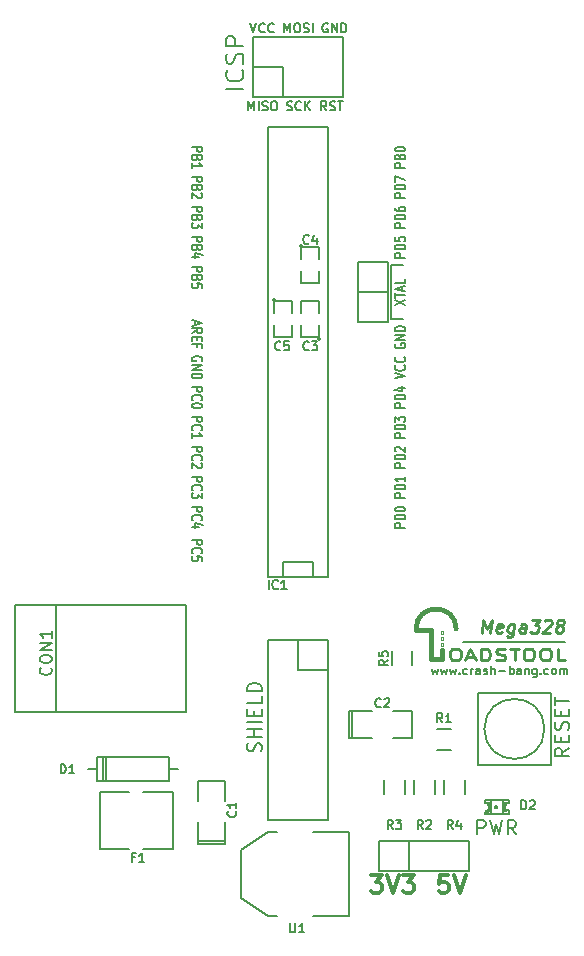
<source format=gto>
%FSLAX46Y46*%
G04 Gerber Fmt 4.6, Leading zero omitted, Abs format (unit mm)*
G04 Created by KiCad (PCBNEW (2014-10-27 BZR 5228)-product) date 05/01/2015 12:45:55*
%MOMM*%
G01*
G04 APERTURE LIST*
%ADD10C,0.100000*%
%ADD11C,0.200000*%
%ADD12C,0.175000*%
%ADD13C,0.127000*%
%ADD14C,0.250000*%
%ADD15C,0.300000*%
%ADD16C,0.150000*%
%ADD17C,0.400000*%
%ADD18C,0.203200*%
G04 APERTURE END LIST*
D10*
D11*
X222250000Y-101981000D02*
X230886000Y-101981000D01*
D12*
X204216000Y-49620714D02*
X204470000Y-50382714D01*
X204724000Y-49620714D01*
X205413429Y-50310143D02*
X205377143Y-50346429D01*
X205268286Y-50382714D01*
X205195715Y-50382714D01*
X205086858Y-50346429D01*
X205014286Y-50273857D01*
X204978001Y-50201286D01*
X204941715Y-50056143D01*
X204941715Y-49947286D01*
X204978001Y-49802143D01*
X205014286Y-49729571D01*
X205086858Y-49657000D01*
X205195715Y-49620714D01*
X205268286Y-49620714D01*
X205377143Y-49657000D01*
X205413429Y-49693286D01*
X206175429Y-50310143D02*
X206139143Y-50346429D01*
X206030286Y-50382714D01*
X205957715Y-50382714D01*
X205848858Y-50346429D01*
X205776286Y-50273857D01*
X205740001Y-50201286D01*
X205703715Y-50056143D01*
X205703715Y-49947286D01*
X205740001Y-49802143D01*
X205776286Y-49729571D01*
X205848858Y-49657000D01*
X205957715Y-49620714D01*
X206030286Y-49620714D01*
X206139143Y-49657000D01*
X206175429Y-49693286D01*
X207082572Y-50382714D02*
X207082572Y-49620714D01*
X207336572Y-50165000D01*
X207590572Y-49620714D01*
X207590572Y-50382714D01*
X208098571Y-49620714D02*
X208243714Y-49620714D01*
X208316286Y-49657000D01*
X208388857Y-49729571D01*
X208425143Y-49874714D01*
X208425143Y-50128714D01*
X208388857Y-50273857D01*
X208316286Y-50346429D01*
X208243714Y-50382714D01*
X208098571Y-50382714D01*
X208026000Y-50346429D01*
X207953429Y-50273857D01*
X207917143Y-50128714D01*
X207917143Y-49874714D01*
X207953429Y-49729571D01*
X208026000Y-49657000D01*
X208098571Y-49620714D01*
X208715429Y-50346429D02*
X208824286Y-50382714D01*
X209005715Y-50382714D01*
X209078286Y-50346429D01*
X209114572Y-50310143D01*
X209150857Y-50237571D01*
X209150857Y-50165000D01*
X209114572Y-50092429D01*
X209078286Y-50056143D01*
X209005715Y-50019857D01*
X208860572Y-49983571D01*
X208788000Y-49947286D01*
X208751715Y-49911000D01*
X208715429Y-49838429D01*
X208715429Y-49765857D01*
X208751715Y-49693286D01*
X208788000Y-49657000D01*
X208860572Y-49620714D01*
X209042000Y-49620714D01*
X209150857Y-49657000D01*
X209477429Y-50382714D02*
X209477429Y-49620714D01*
X210747428Y-49657000D02*
X210674857Y-49620714D01*
X210566000Y-49620714D01*
X210457143Y-49657000D01*
X210384571Y-49729571D01*
X210348286Y-49802143D01*
X210312000Y-49947286D01*
X210312000Y-50056143D01*
X210348286Y-50201286D01*
X210384571Y-50273857D01*
X210457143Y-50346429D01*
X210566000Y-50382714D01*
X210638571Y-50382714D01*
X210747428Y-50346429D01*
X210783714Y-50310143D01*
X210783714Y-50056143D01*
X210638571Y-50056143D01*
X211110286Y-50382714D02*
X211110286Y-49620714D01*
X211545714Y-50382714D01*
X211545714Y-49620714D01*
X211908572Y-50382714D02*
X211908572Y-49620714D01*
X212090000Y-49620714D01*
X212198857Y-49657000D01*
X212271429Y-49729571D01*
X212307714Y-49802143D01*
X212344000Y-49947286D01*
X212344000Y-50056143D01*
X212307714Y-50201286D01*
X212271429Y-50273857D01*
X212198857Y-50346429D01*
X212090000Y-50382714D01*
X211908572Y-50382714D01*
X210656715Y-56986714D02*
X210402715Y-56623857D01*
X210221287Y-56986714D02*
X210221287Y-56224714D01*
X210511572Y-56224714D01*
X210584144Y-56261000D01*
X210620429Y-56297286D01*
X210656715Y-56369857D01*
X210656715Y-56478714D01*
X210620429Y-56551286D01*
X210584144Y-56587571D01*
X210511572Y-56623857D01*
X210221287Y-56623857D01*
X210947001Y-56950429D02*
X211055858Y-56986714D01*
X211237287Y-56986714D01*
X211309858Y-56950429D01*
X211346144Y-56914143D01*
X211382429Y-56841571D01*
X211382429Y-56769000D01*
X211346144Y-56696429D01*
X211309858Y-56660143D01*
X211237287Y-56623857D01*
X211092144Y-56587571D01*
X211019572Y-56551286D01*
X210983287Y-56515000D01*
X210947001Y-56442429D01*
X210947001Y-56369857D01*
X210983287Y-56297286D01*
X211019572Y-56261000D01*
X211092144Y-56224714D01*
X211273572Y-56224714D01*
X211382429Y-56261000D01*
X211600143Y-56224714D02*
X212035572Y-56224714D01*
X211817858Y-56986714D02*
X211817858Y-56224714D01*
X207300286Y-56950429D02*
X207409143Y-56986714D01*
X207590572Y-56986714D01*
X207663143Y-56950429D01*
X207699429Y-56914143D01*
X207735714Y-56841571D01*
X207735714Y-56769000D01*
X207699429Y-56696429D01*
X207663143Y-56660143D01*
X207590572Y-56623857D01*
X207445429Y-56587571D01*
X207372857Y-56551286D01*
X207336572Y-56515000D01*
X207300286Y-56442429D01*
X207300286Y-56369857D01*
X207336572Y-56297286D01*
X207372857Y-56261000D01*
X207445429Y-56224714D01*
X207626857Y-56224714D01*
X207735714Y-56261000D01*
X208497714Y-56914143D02*
X208461428Y-56950429D01*
X208352571Y-56986714D01*
X208280000Y-56986714D01*
X208171143Y-56950429D01*
X208098571Y-56877857D01*
X208062286Y-56805286D01*
X208026000Y-56660143D01*
X208026000Y-56551286D01*
X208062286Y-56406143D01*
X208098571Y-56333571D01*
X208171143Y-56261000D01*
X208280000Y-56224714D01*
X208352571Y-56224714D01*
X208461428Y-56261000D01*
X208497714Y-56297286D01*
X208824286Y-56986714D02*
X208824286Y-56224714D01*
X209259714Y-56986714D02*
X208933143Y-56551286D01*
X209259714Y-56224714D02*
X208824286Y-56660143D01*
X204034572Y-56986714D02*
X204034572Y-56224714D01*
X204288572Y-56769000D01*
X204542572Y-56224714D01*
X204542572Y-56986714D01*
X204905429Y-56986714D02*
X204905429Y-56224714D01*
X205232000Y-56950429D02*
X205340857Y-56986714D01*
X205522286Y-56986714D01*
X205594857Y-56950429D01*
X205631143Y-56914143D01*
X205667428Y-56841571D01*
X205667428Y-56769000D01*
X205631143Y-56696429D01*
X205594857Y-56660143D01*
X205522286Y-56623857D01*
X205377143Y-56587571D01*
X205304571Y-56551286D01*
X205268286Y-56515000D01*
X205232000Y-56442429D01*
X205232000Y-56369857D01*
X205268286Y-56297286D01*
X205304571Y-56261000D01*
X205377143Y-56224714D01*
X205558571Y-56224714D01*
X205667428Y-56261000D01*
X206139142Y-56224714D02*
X206284285Y-56224714D01*
X206356857Y-56261000D01*
X206429428Y-56333571D01*
X206465714Y-56478714D01*
X206465714Y-56732714D01*
X206429428Y-56877857D01*
X206356857Y-56950429D01*
X206284285Y-56986714D01*
X206139142Y-56986714D01*
X206066571Y-56950429D01*
X205994000Y-56877857D01*
X205957714Y-56732714D01*
X205957714Y-56478714D01*
X205994000Y-56333571D01*
X206066571Y-56261000D01*
X206139142Y-56224714D01*
X199236857Y-93367334D02*
X200136857Y-93367334D01*
X200136857Y-93634000D01*
X200094000Y-93700667D01*
X200051143Y-93734000D01*
X199965429Y-93767334D01*
X199836857Y-93767334D01*
X199751143Y-93734000D01*
X199708286Y-93700667D01*
X199665429Y-93634000D01*
X199665429Y-93367334D01*
X199322571Y-94467334D02*
X199279714Y-94434000D01*
X199236857Y-94334000D01*
X199236857Y-94267334D01*
X199279714Y-94167334D01*
X199365429Y-94100667D01*
X199451143Y-94067334D01*
X199622571Y-94034000D01*
X199751143Y-94034000D01*
X199922571Y-94067334D01*
X200008286Y-94100667D01*
X200094000Y-94167334D01*
X200136857Y-94267334D01*
X200136857Y-94334000D01*
X200094000Y-94434000D01*
X200051143Y-94467334D01*
X200136857Y-95100667D02*
X200136857Y-94767334D01*
X199708286Y-94734000D01*
X199751143Y-94767334D01*
X199794000Y-94834000D01*
X199794000Y-95000667D01*
X199751143Y-95067334D01*
X199708286Y-95100667D01*
X199622571Y-95134000D01*
X199408286Y-95134000D01*
X199322571Y-95100667D01*
X199279714Y-95067334D01*
X199236857Y-95000667D01*
X199236857Y-94834000D01*
X199279714Y-94767334D01*
X199322571Y-94734000D01*
X199236857Y-90573334D02*
X200136857Y-90573334D01*
X200136857Y-90840000D01*
X200094000Y-90906667D01*
X200051143Y-90940000D01*
X199965429Y-90973334D01*
X199836857Y-90973334D01*
X199751143Y-90940000D01*
X199708286Y-90906667D01*
X199665429Y-90840000D01*
X199665429Y-90573334D01*
X199322571Y-91673334D02*
X199279714Y-91640000D01*
X199236857Y-91540000D01*
X199236857Y-91473334D01*
X199279714Y-91373334D01*
X199365429Y-91306667D01*
X199451143Y-91273334D01*
X199622571Y-91240000D01*
X199751143Y-91240000D01*
X199922571Y-91273334D01*
X200008286Y-91306667D01*
X200094000Y-91373334D01*
X200136857Y-91473334D01*
X200136857Y-91540000D01*
X200094000Y-91640000D01*
X200051143Y-91673334D01*
X199836857Y-92273334D02*
X199236857Y-92273334D01*
X200179714Y-92106667D02*
X199536857Y-91940000D01*
X199536857Y-92373334D01*
X199236857Y-88033334D02*
X200136857Y-88033334D01*
X200136857Y-88300000D01*
X200094000Y-88366667D01*
X200051143Y-88400000D01*
X199965429Y-88433334D01*
X199836857Y-88433334D01*
X199751143Y-88400000D01*
X199708286Y-88366667D01*
X199665429Y-88300000D01*
X199665429Y-88033334D01*
X199322571Y-89133334D02*
X199279714Y-89100000D01*
X199236857Y-89000000D01*
X199236857Y-88933334D01*
X199279714Y-88833334D01*
X199365429Y-88766667D01*
X199451143Y-88733334D01*
X199622571Y-88700000D01*
X199751143Y-88700000D01*
X199922571Y-88733334D01*
X200008286Y-88766667D01*
X200094000Y-88833334D01*
X200136857Y-88933334D01*
X200136857Y-89000000D01*
X200094000Y-89100000D01*
X200051143Y-89133334D01*
X200136857Y-89366667D02*
X200136857Y-89800000D01*
X199794000Y-89566667D01*
X199794000Y-89666667D01*
X199751143Y-89733334D01*
X199708286Y-89766667D01*
X199622571Y-89800000D01*
X199408286Y-89800000D01*
X199322571Y-89766667D01*
X199279714Y-89733334D01*
X199236857Y-89666667D01*
X199236857Y-89466667D01*
X199279714Y-89400000D01*
X199322571Y-89366667D01*
X199236857Y-85493334D02*
X200136857Y-85493334D01*
X200136857Y-85760000D01*
X200094000Y-85826667D01*
X200051143Y-85860000D01*
X199965429Y-85893334D01*
X199836857Y-85893334D01*
X199751143Y-85860000D01*
X199708286Y-85826667D01*
X199665429Y-85760000D01*
X199665429Y-85493334D01*
X199322571Y-86593334D02*
X199279714Y-86560000D01*
X199236857Y-86460000D01*
X199236857Y-86393334D01*
X199279714Y-86293334D01*
X199365429Y-86226667D01*
X199451143Y-86193334D01*
X199622571Y-86160000D01*
X199751143Y-86160000D01*
X199922571Y-86193334D01*
X200008286Y-86226667D01*
X200094000Y-86293334D01*
X200136857Y-86393334D01*
X200136857Y-86460000D01*
X200094000Y-86560000D01*
X200051143Y-86593334D01*
X200051143Y-86860000D02*
X200094000Y-86893334D01*
X200136857Y-86960000D01*
X200136857Y-87126667D01*
X200094000Y-87193334D01*
X200051143Y-87226667D01*
X199965429Y-87260000D01*
X199879714Y-87260000D01*
X199751143Y-87226667D01*
X199236857Y-86826667D01*
X199236857Y-87260000D01*
X199236857Y-82953334D02*
X200136857Y-82953334D01*
X200136857Y-83220000D01*
X200094000Y-83286667D01*
X200051143Y-83320000D01*
X199965429Y-83353334D01*
X199836857Y-83353334D01*
X199751143Y-83320000D01*
X199708286Y-83286667D01*
X199665429Y-83220000D01*
X199665429Y-82953334D01*
X199322571Y-84053334D02*
X199279714Y-84020000D01*
X199236857Y-83920000D01*
X199236857Y-83853334D01*
X199279714Y-83753334D01*
X199365429Y-83686667D01*
X199451143Y-83653334D01*
X199622571Y-83620000D01*
X199751143Y-83620000D01*
X199922571Y-83653334D01*
X200008286Y-83686667D01*
X200094000Y-83753334D01*
X200136857Y-83853334D01*
X200136857Y-83920000D01*
X200094000Y-84020000D01*
X200051143Y-84053334D01*
X199236857Y-84720000D02*
X199236857Y-84320000D01*
X199236857Y-84520000D02*
X200136857Y-84520000D01*
X200008286Y-84453334D01*
X199922571Y-84386667D01*
X199879714Y-84320000D01*
X199236857Y-80413334D02*
X200136857Y-80413334D01*
X200136857Y-80680000D01*
X200094000Y-80746667D01*
X200051143Y-80780000D01*
X199965429Y-80813334D01*
X199836857Y-80813334D01*
X199751143Y-80780000D01*
X199708286Y-80746667D01*
X199665429Y-80680000D01*
X199665429Y-80413334D01*
X199322571Y-81513334D02*
X199279714Y-81480000D01*
X199236857Y-81380000D01*
X199236857Y-81313334D01*
X199279714Y-81213334D01*
X199365429Y-81146667D01*
X199451143Y-81113334D01*
X199622571Y-81080000D01*
X199751143Y-81080000D01*
X199922571Y-81113334D01*
X200008286Y-81146667D01*
X200094000Y-81213334D01*
X200136857Y-81313334D01*
X200136857Y-81380000D01*
X200094000Y-81480000D01*
X200051143Y-81513334D01*
X200136857Y-81946667D02*
X200136857Y-82013334D01*
X200094000Y-82080000D01*
X200051143Y-82113334D01*
X199965429Y-82146667D01*
X199794000Y-82180000D01*
X199579714Y-82180000D01*
X199408286Y-82146667D01*
X199322571Y-82113334D01*
X199279714Y-82080000D01*
X199236857Y-82013334D01*
X199236857Y-81946667D01*
X199279714Y-81880000D01*
X199322571Y-81846667D01*
X199408286Y-81813334D01*
X199579714Y-81780000D01*
X199794000Y-81780000D01*
X199965429Y-81813334D01*
X200051143Y-81846667D01*
X200094000Y-81880000D01*
X200136857Y-81946667D01*
X200094000Y-78206667D02*
X200136857Y-78140001D01*
X200136857Y-78040001D01*
X200094000Y-77940001D01*
X200008286Y-77873334D01*
X199922571Y-77840001D01*
X199751143Y-77806667D01*
X199622571Y-77806667D01*
X199451143Y-77840001D01*
X199365429Y-77873334D01*
X199279714Y-77940001D01*
X199236857Y-78040001D01*
X199236857Y-78106667D01*
X199279714Y-78206667D01*
X199322571Y-78240001D01*
X199622571Y-78240001D01*
X199622571Y-78106667D01*
X199236857Y-78540001D02*
X200136857Y-78540001D01*
X199236857Y-78940001D01*
X200136857Y-78940001D01*
X199236857Y-79273334D02*
X200136857Y-79273334D01*
X200136857Y-79440000D01*
X200094000Y-79540000D01*
X200008286Y-79606667D01*
X199922571Y-79640000D01*
X199751143Y-79673334D01*
X199622571Y-79673334D01*
X199451143Y-79640000D01*
X199365429Y-79606667D01*
X199279714Y-79540000D01*
X199236857Y-79440000D01*
X199236857Y-79273334D01*
X199494000Y-74812667D02*
X199494000Y-75146001D01*
X199236857Y-74746001D02*
X200136857Y-74979334D01*
X199236857Y-75212667D01*
X199236857Y-75846001D02*
X199665429Y-75612667D01*
X199236857Y-75446001D02*
X200136857Y-75446001D01*
X200136857Y-75712667D01*
X200094000Y-75779334D01*
X200051143Y-75812667D01*
X199965429Y-75846001D01*
X199836857Y-75846001D01*
X199751143Y-75812667D01*
X199708286Y-75779334D01*
X199665429Y-75712667D01*
X199665429Y-75446001D01*
X199708286Y-76146001D02*
X199708286Y-76379334D01*
X199236857Y-76479334D02*
X199236857Y-76146001D01*
X200136857Y-76146001D01*
X200136857Y-76479334D01*
X199708286Y-77012667D02*
X199708286Y-76779334D01*
X199236857Y-76779334D02*
X200136857Y-76779334D01*
X200136857Y-77112667D01*
X199236857Y-70253334D02*
X200136857Y-70253334D01*
X200136857Y-70520000D01*
X200094000Y-70586667D01*
X200051143Y-70620000D01*
X199965429Y-70653334D01*
X199836857Y-70653334D01*
X199751143Y-70620000D01*
X199708286Y-70586667D01*
X199665429Y-70520000D01*
X199665429Y-70253334D01*
X199708286Y-71186667D02*
X199665429Y-71286667D01*
X199622571Y-71320000D01*
X199536857Y-71353334D01*
X199408286Y-71353334D01*
X199322571Y-71320000D01*
X199279714Y-71286667D01*
X199236857Y-71220000D01*
X199236857Y-70953334D01*
X200136857Y-70953334D01*
X200136857Y-71186667D01*
X200094000Y-71253334D01*
X200051143Y-71286667D01*
X199965429Y-71320000D01*
X199879714Y-71320000D01*
X199794000Y-71286667D01*
X199751143Y-71253334D01*
X199708286Y-71186667D01*
X199708286Y-70953334D01*
X200136857Y-71986667D02*
X200136857Y-71653334D01*
X199708286Y-71620000D01*
X199751143Y-71653334D01*
X199794000Y-71720000D01*
X199794000Y-71886667D01*
X199751143Y-71953334D01*
X199708286Y-71986667D01*
X199622571Y-72020000D01*
X199408286Y-72020000D01*
X199322571Y-71986667D01*
X199279714Y-71953334D01*
X199236857Y-71886667D01*
X199236857Y-71720000D01*
X199279714Y-71653334D01*
X199322571Y-71620000D01*
X199236857Y-67713334D02*
X200136857Y-67713334D01*
X200136857Y-67980000D01*
X200094000Y-68046667D01*
X200051143Y-68080000D01*
X199965429Y-68113334D01*
X199836857Y-68113334D01*
X199751143Y-68080000D01*
X199708286Y-68046667D01*
X199665429Y-67980000D01*
X199665429Y-67713334D01*
X199708286Y-68646667D02*
X199665429Y-68746667D01*
X199622571Y-68780000D01*
X199536857Y-68813334D01*
X199408286Y-68813334D01*
X199322571Y-68780000D01*
X199279714Y-68746667D01*
X199236857Y-68680000D01*
X199236857Y-68413334D01*
X200136857Y-68413334D01*
X200136857Y-68646667D01*
X200094000Y-68713334D01*
X200051143Y-68746667D01*
X199965429Y-68780000D01*
X199879714Y-68780000D01*
X199794000Y-68746667D01*
X199751143Y-68713334D01*
X199708286Y-68646667D01*
X199708286Y-68413334D01*
X199836857Y-69413334D02*
X199236857Y-69413334D01*
X200179714Y-69246667D02*
X199536857Y-69080000D01*
X199536857Y-69513334D01*
X199236857Y-65173334D02*
X200136857Y-65173334D01*
X200136857Y-65440000D01*
X200094000Y-65506667D01*
X200051143Y-65540000D01*
X199965429Y-65573334D01*
X199836857Y-65573334D01*
X199751143Y-65540000D01*
X199708286Y-65506667D01*
X199665429Y-65440000D01*
X199665429Y-65173334D01*
X199708286Y-66106667D02*
X199665429Y-66206667D01*
X199622571Y-66240000D01*
X199536857Y-66273334D01*
X199408286Y-66273334D01*
X199322571Y-66240000D01*
X199279714Y-66206667D01*
X199236857Y-66140000D01*
X199236857Y-65873334D01*
X200136857Y-65873334D01*
X200136857Y-66106667D01*
X200094000Y-66173334D01*
X200051143Y-66206667D01*
X199965429Y-66240000D01*
X199879714Y-66240000D01*
X199794000Y-66206667D01*
X199751143Y-66173334D01*
X199708286Y-66106667D01*
X199708286Y-65873334D01*
X200136857Y-66506667D02*
X200136857Y-66940000D01*
X199794000Y-66706667D01*
X199794000Y-66806667D01*
X199751143Y-66873334D01*
X199708286Y-66906667D01*
X199622571Y-66940000D01*
X199408286Y-66940000D01*
X199322571Y-66906667D01*
X199279714Y-66873334D01*
X199236857Y-66806667D01*
X199236857Y-66606667D01*
X199279714Y-66540000D01*
X199322571Y-66506667D01*
X199236857Y-62633334D02*
X200136857Y-62633334D01*
X200136857Y-62900000D01*
X200094000Y-62966667D01*
X200051143Y-63000000D01*
X199965429Y-63033334D01*
X199836857Y-63033334D01*
X199751143Y-63000000D01*
X199708286Y-62966667D01*
X199665429Y-62900000D01*
X199665429Y-62633334D01*
X199708286Y-63566667D02*
X199665429Y-63666667D01*
X199622571Y-63700000D01*
X199536857Y-63733334D01*
X199408286Y-63733334D01*
X199322571Y-63700000D01*
X199279714Y-63666667D01*
X199236857Y-63600000D01*
X199236857Y-63333334D01*
X200136857Y-63333334D01*
X200136857Y-63566667D01*
X200094000Y-63633334D01*
X200051143Y-63666667D01*
X199965429Y-63700000D01*
X199879714Y-63700000D01*
X199794000Y-63666667D01*
X199751143Y-63633334D01*
X199708286Y-63566667D01*
X199708286Y-63333334D01*
X200051143Y-64000000D02*
X200094000Y-64033334D01*
X200136857Y-64100000D01*
X200136857Y-64266667D01*
X200094000Y-64333334D01*
X200051143Y-64366667D01*
X199965429Y-64400000D01*
X199879714Y-64400000D01*
X199751143Y-64366667D01*
X199236857Y-63966667D01*
X199236857Y-64400000D01*
X199236857Y-60093334D02*
X200136857Y-60093334D01*
X200136857Y-60360000D01*
X200094000Y-60426667D01*
X200051143Y-60460000D01*
X199965429Y-60493334D01*
X199836857Y-60493334D01*
X199751143Y-60460000D01*
X199708286Y-60426667D01*
X199665429Y-60360000D01*
X199665429Y-60093334D01*
X199708286Y-61026667D02*
X199665429Y-61126667D01*
X199622571Y-61160000D01*
X199536857Y-61193334D01*
X199408286Y-61193334D01*
X199322571Y-61160000D01*
X199279714Y-61126667D01*
X199236857Y-61060000D01*
X199236857Y-60793334D01*
X200136857Y-60793334D01*
X200136857Y-61026667D01*
X200094000Y-61093334D01*
X200051143Y-61126667D01*
X199965429Y-61160000D01*
X199879714Y-61160000D01*
X199794000Y-61126667D01*
X199751143Y-61093334D01*
X199708286Y-61026667D01*
X199708286Y-60793334D01*
X199236857Y-61860000D02*
X199236857Y-61460000D01*
X199236857Y-61660000D02*
X200136857Y-61660000D01*
X200008286Y-61593334D01*
X199922571Y-61526667D01*
X199879714Y-61460000D01*
D11*
X216154000Y-74676000D02*
X217170000Y-74676000D01*
X216154000Y-70104000D02*
X216154000Y-74676000D01*
X216154000Y-70104000D02*
X217170000Y-70104000D01*
D12*
X217323143Y-61826666D02*
X216423143Y-61826666D01*
X216423143Y-61560000D01*
X216466000Y-61493333D01*
X216508857Y-61460000D01*
X216594571Y-61426666D01*
X216723143Y-61426666D01*
X216808857Y-61460000D01*
X216851714Y-61493333D01*
X216894571Y-61560000D01*
X216894571Y-61826666D01*
X216851714Y-60893333D02*
X216894571Y-60793333D01*
X216937429Y-60760000D01*
X217023143Y-60726666D01*
X217151714Y-60726666D01*
X217237429Y-60760000D01*
X217280286Y-60793333D01*
X217323143Y-60860000D01*
X217323143Y-61126666D01*
X216423143Y-61126666D01*
X216423143Y-60893333D01*
X216466000Y-60826666D01*
X216508857Y-60793333D01*
X216594571Y-60760000D01*
X216680286Y-60760000D01*
X216766000Y-60793333D01*
X216808857Y-60826666D01*
X216851714Y-60893333D01*
X216851714Y-61126666D01*
X216423143Y-60293333D02*
X216423143Y-60226666D01*
X216466000Y-60160000D01*
X216508857Y-60126666D01*
X216594571Y-60093333D01*
X216766000Y-60060000D01*
X216980286Y-60060000D01*
X217151714Y-60093333D01*
X217237429Y-60126666D01*
X217280286Y-60160000D01*
X217323143Y-60226666D01*
X217323143Y-60293333D01*
X217280286Y-60360000D01*
X217237429Y-60393333D01*
X217151714Y-60426666D01*
X216980286Y-60460000D01*
X216766000Y-60460000D01*
X216594571Y-60426666D01*
X216508857Y-60393333D01*
X216466000Y-60360000D01*
X216423143Y-60293333D01*
X217323143Y-64366666D02*
X216423143Y-64366666D01*
X216423143Y-64100000D01*
X216466000Y-64033333D01*
X216508857Y-64000000D01*
X216594571Y-63966666D01*
X216723143Y-63966666D01*
X216808857Y-64000000D01*
X216851714Y-64033333D01*
X216894571Y-64100000D01*
X216894571Y-64366666D01*
X217323143Y-63666666D02*
X216423143Y-63666666D01*
X216423143Y-63500000D01*
X216466000Y-63400000D01*
X216551714Y-63333333D01*
X216637429Y-63300000D01*
X216808857Y-63266666D01*
X216937429Y-63266666D01*
X217108857Y-63300000D01*
X217194571Y-63333333D01*
X217280286Y-63400000D01*
X217323143Y-63500000D01*
X217323143Y-63666666D01*
X216423143Y-63033333D02*
X216423143Y-62566666D01*
X217323143Y-62866666D01*
X217323143Y-66906666D02*
X216423143Y-66906666D01*
X216423143Y-66640000D01*
X216466000Y-66573333D01*
X216508857Y-66540000D01*
X216594571Y-66506666D01*
X216723143Y-66506666D01*
X216808857Y-66540000D01*
X216851714Y-66573333D01*
X216894571Y-66640000D01*
X216894571Y-66906666D01*
X217323143Y-66206666D02*
X216423143Y-66206666D01*
X216423143Y-66040000D01*
X216466000Y-65940000D01*
X216551714Y-65873333D01*
X216637429Y-65840000D01*
X216808857Y-65806666D01*
X216937429Y-65806666D01*
X217108857Y-65840000D01*
X217194571Y-65873333D01*
X217280286Y-65940000D01*
X217323143Y-66040000D01*
X217323143Y-66206666D01*
X216423143Y-65206666D02*
X216423143Y-65340000D01*
X216466000Y-65406666D01*
X216508857Y-65440000D01*
X216637429Y-65506666D01*
X216808857Y-65540000D01*
X217151714Y-65540000D01*
X217237429Y-65506666D01*
X217280286Y-65473333D01*
X217323143Y-65406666D01*
X217323143Y-65273333D01*
X217280286Y-65206666D01*
X217237429Y-65173333D01*
X217151714Y-65140000D01*
X216937429Y-65140000D01*
X216851714Y-65173333D01*
X216808857Y-65206666D01*
X216766000Y-65273333D01*
X216766000Y-65406666D01*
X216808857Y-65473333D01*
X216851714Y-65506666D01*
X216937429Y-65540000D01*
X217323143Y-69446666D02*
X216423143Y-69446666D01*
X216423143Y-69180000D01*
X216466000Y-69113333D01*
X216508857Y-69080000D01*
X216594571Y-69046666D01*
X216723143Y-69046666D01*
X216808857Y-69080000D01*
X216851714Y-69113333D01*
X216894571Y-69180000D01*
X216894571Y-69446666D01*
X217323143Y-68746666D02*
X216423143Y-68746666D01*
X216423143Y-68580000D01*
X216466000Y-68480000D01*
X216551714Y-68413333D01*
X216637429Y-68380000D01*
X216808857Y-68346666D01*
X216937429Y-68346666D01*
X217108857Y-68380000D01*
X217194571Y-68413333D01*
X217280286Y-68480000D01*
X217323143Y-68580000D01*
X217323143Y-68746666D01*
X216423143Y-67713333D02*
X216423143Y-68046666D01*
X216851714Y-68080000D01*
X216808857Y-68046666D01*
X216766000Y-67980000D01*
X216766000Y-67813333D01*
X216808857Y-67746666D01*
X216851714Y-67713333D01*
X216937429Y-67680000D01*
X217151714Y-67680000D01*
X217237429Y-67713333D01*
X217280286Y-67746666D01*
X217323143Y-67813333D01*
X217323143Y-67980000D01*
X217280286Y-68046666D01*
X217237429Y-68080000D01*
X216423143Y-73473333D02*
X217323143Y-73006666D01*
X216423143Y-73006666D02*
X217323143Y-73473333D01*
X216423143Y-72839999D02*
X216423143Y-72439999D01*
X217323143Y-72639999D02*
X216423143Y-72639999D01*
X217066000Y-72240000D02*
X217066000Y-71906666D01*
X217323143Y-72306666D02*
X216423143Y-72073333D01*
X217323143Y-71840000D01*
X217323143Y-71273333D02*
X217323143Y-71606666D01*
X216423143Y-71606666D01*
X216466000Y-76733333D02*
X216423143Y-76799999D01*
X216423143Y-76899999D01*
X216466000Y-76999999D01*
X216551714Y-77066666D01*
X216637429Y-77099999D01*
X216808857Y-77133333D01*
X216937429Y-77133333D01*
X217108857Y-77099999D01*
X217194571Y-77066666D01*
X217280286Y-76999999D01*
X217323143Y-76899999D01*
X217323143Y-76833333D01*
X217280286Y-76733333D01*
X217237429Y-76699999D01*
X216937429Y-76699999D01*
X216937429Y-76833333D01*
X217323143Y-76399999D02*
X216423143Y-76399999D01*
X217323143Y-75999999D01*
X216423143Y-75999999D01*
X217323143Y-75666666D02*
X216423143Y-75666666D01*
X216423143Y-75500000D01*
X216466000Y-75400000D01*
X216551714Y-75333333D01*
X216637429Y-75300000D01*
X216808857Y-75266666D01*
X216937429Y-75266666D01*
X217108857Y-75300000D01*
X217194571Y-75333333D01*
X217280286Y-75400000D01*
X217323143Y-75500000D01*
X217323143Y-75666666D01*
X216423143Y-79673333D02*
X217323143Y-79440000D01*
X216423143Y-79206667D01*
X217237429Y-78573333D02*
X217280286Y-78606667D01*
X217323143Y-78706667D01*
X217323143Y-78773333D01*
X217280286Y-78873333D01*
X217194571Y-78940000D01*
X217108857Y-78973333D01*
X216937429Y-79006667D01*
X216808857Y-79006667D01*
X216637429Y-78973333D01*
X216551714Y-78940000D01*
X216466000Y-78873333D01*
X216423143Y-78773333D01*
X216423143Y-78706667D01*
X216466000Y-78606667D01*
X216508857Y-78573333D01*
X217237429Y-77873333D02*
X217280286Y-77906667D01*
X217323143Y-78006667D01*
X217323143Y-78073333D01*
X217280286Y-78173333D01*
X217194571Y-78240000D01*
X217108857Y-78273333D01*
X216937429Y-78306667D01*
X216808857Y-78306667D01*
X216637429Y-78273333D01*
X216551714Y-78240000D01*
X216466000Y-78173333D01*
X216423143Y-78073333D01*
X216423143Y-78006667D01*
X216466000Y-77906667D01*
X216508857Y-77873333D01*
X217323143Y-82146666D02*
X216423143Y-82146666D01*
X216423143Y-81880000D01*
X216466000Y-81813333D01*
X216508857Y-81780000D01*
X216594571Y-81746666D01*
X216723143Y-81746666D01*
X216808857Y-81780000D01*
X216851714Y-81813333D01*
X216894571Y-81880000D01*
X216894571Y-82146666D01*
X217323143Y-81446666D02*
X216423143Y-81446666D01*
X216423143Y-81280000D01*
X216466000Y-81180000D01*
X216551714Y-81113333D01*
X216637429Y-81080000D01*
X216808857Y-81046666D01*
X216937429Y-81046666D01*
X217108857Y-81080000D01*
X217194571Y-81113333D01*
X217280286Y-81180000D01*
X217323143Y-81280000D01*
X217323143Y-81446666D01*
X216723143Y-80446666D02*
X217323143Y-80446666D01*
X216380286Y-80613333D02*
X217023143Y-80780000D01*
X217023143Y-80346666D01*
X217323143Y-84686666D02*
X216423143Y-84686666D01*
X216423143Y-84420000D01*
X216466000Y-84353333D01*
X216508857Y-84320000D01*
X216594571Y-84286666D01*
X216723143Y-84286666D01*
X216808857Y-84320000D01*
X216851714Y-84353333D01*
X216894571Y-84420000D01*
X216894571Y-84686666D01*
X217323143Y-83986666D02*
X216423143Y-83986666D01*
X216423143Y-83820000D01*
X216466000Y-83720000D01*
X216551714Y-83653333D01*
X216637429Y-83620000D01*
X216808857Y-83586666D01*
X216937429Y-83586666D01*
X217108857Y-83620000D01*
X217194571Y-83653333D01*
X217280286Y-83720000D01*
X217323143Y-83820000D01*
X217323143Y-83986666D01*
X216423143Y-83353333D02*
X216423143Y-82920000D01*
X216766000Y-83153333D01*
X216766000Y-83053333D01*
X216808857Y-82986666D01*
X216851714Y-82953333D01*
X216937429Y-82920000D01*
X217151714Y-82920000D01*
X217237429Y-82953333D01*
X217280286Y-82986666D01*
X217323143Y-83053333D01*
X217323143Y-83253333D01*
X217280286Y-83320000D01*
X217237429Y-83353333D01*
X217323143Y-87226666D02*
X216423143Y-87226666D01*
X216423143Y-86960000D01*
X216466000Y-86893333D01*
X216508857Y-86860000D01*
X216594571Y-86826666D01*
X216723143Y-86826666D01*
X216808857Y-86860000D01*
X216851714Y-86893333D01*
X216894571Y-86960000D01*
X216894571Y-87226666D01*
X217323143Y-86526666D02*
X216423143Y-86526666D01*
X216423143Y-86360000D01*
X216466000Y-86260000D01*
X216551714Y-86193333D01*
X216637429Y-86160000D01*
X216808857Y-86126666D01*
X216937429Y-86126666D01*
X217108857Y-86160000D01*
X217194571Y-86193333D01*
X217280286Y-86260000D01*
X217323143Y-86360000D01*
X217323143Y-86526666D01*
X216508857Y-85860000D02*
X216466000Y-85826666D01*
X216423143Y-85760000D01*
X216423143Y-85593333D01*
X216466000Y-85526666D01*
X216508857Y-85493333D01*
X216594571Y-85460000D01*
X216680286Y-85460000D01*
X216808857Y-85493333D01*
X217323143Y-85893333D01*
X217323143Y-85460000D01*
X217323143Y-89766666D02*
X216423143Y-89766666D01*
X216423143Y-89500000D01*
X216466000Y-89433333D01*
X216508857Y-89400000D01*
X216594571Y-89366666D01*
X216723143Y-89366666D01*
X216808857Y-89400000D01*
X216851714Y-89433333D01*
X216894571Y-89500000D01*
X216894571Y-89766666D01*
X217323143Y-89066666D02*
X216423143Y-89066666D01*
X216423143Y-88900000D01*
X216466000Y-88800000D01*
X216551714Y-88733333D01*
X216637429Y-88700000D01*
X216808857Y-88666666D01*
X216937429Y-88666666D01*
X217108857Y-88700000D01*
X217194571Y-88733333D01*
X217280286Y-88800000D01*
X217323143Y-88900000D01*
X217323143Y-89066666D01*
X217323143Y-88000000D02*
X217323143Y-88400000D01*
X217323143Y-88200000D02*
X216423143Y-88200000D01*
X216551714Y-88266666D01*
X216637429Y-88333333D01*
X216680286Y-88400000D01*
X217323143Y-92306666D02*
X216423143Y-92306666D01*
X216423143Y-92040000D01*
X216466000Y-91973333D01*
X216508857Y-91940000D01*
X216594571Y-91906666D01*
X216723143Y-91906666D01*
X216808857Y-91940000D01*
X216851714Y-91973333D01*
X216894571Y-92040000D01*
X216894571Y-92306666D01*
X217323143Y-91606666D02*
X216423143Y-91606666D01*
X216423143Y-91440000D01*
X216466000Y-91340000D01*
X216551714Y-91273333D01*
X216637429Y-91240000D01*
X216808857Y-91206666D01*
X216937429Y-91206666D01*
X217108857Y-91240000D01*
X217194571Y-91273333D01*
X217280286Y-91340000D01*
X217323143Y-91440000D01*
X217323143Y-91606666D01*
X216423143Y-90773333D02*
X216423143Y-90706666D01*
X216466000Y-90640000D01*
X216508857Y-90606666D01*
X216594571Y-90573333D01*
X216766000Y-90540000D01*
X216980286Y-90540000D01*
X217151714Y-90573333D01*
X217237429Y-90606666D01*
X217280286Y-90640000D01*
X217323143Y-90706666D01*
X217323143Y-90773333D01*
X217280286Y-90840000D01*
X217237429Y-90873333D01*
X217151714Y-90906666D01*
X216980286Y-90940000D01*
X216766000Y-90940000D01*
X216594571Y-90906666D01*
X216508857Y-90873333D01*
X216466000Y-90840000D01*
X216423143Y-90773333D01*
D13*
X219560143Y-104237786D02*
X219699000Y-104723786D01*
X219837857Y-104376643D01*
X219976714Y-104723786D01*
X220115571Y-104237786D01*
X220323857Y-104237786D02*
X220462714Y-104723786D01*
X220601571Y-104376643D01*
X220740428Y-104723786D01*
X220879285Y-104237786D01*
X221087571Y-104237786D02*
X221226428Y-104723786D01*
X221365285Y-104376643D01*
X221504142Y-104723786D01*
X221642999Y-104237786D01*
X221920713Y-104654357D02*
X221955428Y-104689071D01*
X221920713Y-104723786D01*
X221885999Y-104689071D01*
X221920713Y-104654357D01*
X221920713Y-104723786D01*
X222580285Y-104689071D02*
X222510856Y-104723786D01*
X222371999Y-104723786D01*
X222302571Y-104689071D01*
X222267856Y-104654357D01*
X222233142Y-104584929D01*
X222233142Y-104376643D01*
X222267856Y-104307214D01*
X222302571Y-104272500D01*
X222371999Y-104237786D01*
X222510856Y-104237786D01*
X222580285Y-104272500D01*
X222892713Y-104723786D02*
X222892713Y-104237786D01*
X222892713Y-104376643D02*
X222927428Y-104307214D01*
X222962142Y-104272500D01*
X223031571Y-104237786D01*
X223100999Y-104237786D01*
X223656428Y-104723786D02*
X223656428Y-104341929D01*
X223621714Y-104272500D01*
X223552285Y-104237786D01*
X223413428Y-104237786D01*
X223343999Y-104272500D01*
X223656428Y-104689071D02*
X223586999Y-104723786D01*
X223413428Y-104723786D01*
X223343999Y-104689071D01*
X223309285Y-104619643D01*
X223309285Y-104550214D01*
X223343999Y-104480786D01*
X223413428Y-104446071D01*
X223586999Y-104446071D01*
X223656428Y-104411357D01*
X223968856Y-104689071D02*
X224038285Y-104723786D01*
X224177142Y-104723786D01*
X224246570Y-104689071D01*
X224281285Y-104619643D01*
X224281285Y-104584929D01*
X224246570Y-104515500D01*
X224177142Y-104480786D01*
X224072999Y-104480786D01*
X224003570Y-104446071D01*
X223968856Y-104376643D01*
X223968856Y-104341929D01*
X224003570Y-104272500D01*
X224072999Y-104237786D01*
X224177142Y-104237786D01*
X224246570Y-104272500D01*
X224593713Y-104723786D02*
X224593713Y-103994786D01*
X224906142Y-104723786D02*
X224906142Y-104341929D01*
X224871428Y-104272500D01*
X224801999Y-104237786D01*
X224697856Y-104237786D01*
X224628428Y-104272500D01*
X224593713Y-104307214D01*
X225253284Y-104446071D02*
X225808713Y-104446071D01*
X226155855Y-104723786D02*
X226155855Y-103994786D01*
X226155855Y-104272500D02*
X226225284Y-104237786D01*
X226364141Y-104237786D01*
X226433570Y-104272500D01*
X226468284Y-104307214D01*
X226502998Y-104376643D01*
X226502998Y-104584929D01*
X226468284Y-104654357D01*
X226433570Y-104689071D01*
X226364141Y-104723786D01*
X226225284Y-104723786D01*
X226155855Y-104689071D01*
X227127855Y-104723786D02*
X227127855Y-104341929D01*
X227093141Y-104272500D01*
X227023712Y-104237786D01*
X226884855Y-104237786D01*
X226815426Y-104272500D01*
X227127855Y-104689071D02*
X227058426Y-104723786D01*
X226884855Y-104723786D01*
X226815426Y-104689071D01*
X226780712Y-104619643D01*
X226780712Y-104550214D01*
X226815426Y-104480786D01*
X226884855Y-104446071D01*
X227058426Y-104446071D01*
X227127855Y-104411357D01*
X227474997Y-104237786D02*
X227474997Y-104723786D01*
X227474997Y-104307214D02*
X227509712Y-104272500D01*
X227579140Y-104237786D01*
X227683283Y-104237786D01*
X227752712Y-104272500D01*
X227787426Y-104341929D01*
X227787426Y-104723786D01*
X228446997Y-104237786D02*
X228446997Y-104827929D01*
X228412283Y-104897357D01*
X228377568Y-104932071D01*
X228308140Y-104966786D01*
X228203997Y-104966786D01*
X228134568Y-104932071D01*
X228446997Y-104689071D02*
X228377568Y-104723786D01*
X228238711Y-104723786D01*
X228169283Y-104689071D01*
X228134568Y-104654357D01*
X228099854Y-104584929D01*
X228099854Y-104376643D01*
X228134568Y-104307214D01*
X228169283Y-104272500D01*
X228238711Y-104237786D01*
X228377568Y-104237786D01*
X228446997Y-104272500D01*
X228794139Y-104654357D02*
X228828854Y-104689071D01*
X228794139Y-104723786D01*
X228759425Y-104689071D01*
X228794139Y-104654357D01*
X228794139Y-104723786D01*
X229453711Y-104689071D02*
X229384282Y-104723786D01*
X229245425Y-104723786D01*
X229175997Y-104689071D01*
X229141282Y-104654357D01*
X229106568Y-104584929D01*
X229106568Y-104376643D01*
X229141282Y-104307214D01*
X229175997Y-104272500D01*
X229245425Y-104237786D01*
X229384282Y-104237786D01*
X229453711Y-104272500D01*
X229870282Y-104723786D02*
X229800854Y-104689071D01*
X229766139Y-104654357D01*
X229731425Y-104584929D01*
X229731425Y-104376643D01*
X229766139Y-104307214D01*
X229800854Y-104272500D01*
X229870282Y-104237786D01*
X229974425Y-104237786D01*
X230043854Y-104272500D01*
X230078568Y-104307214D01*
X230113282Y-104376643D01*
X230113282Y-104584929D01*
X230078568Y-104654357D01*
X230043854Y-104689071D01*
X229974425Y-104723786D01*
X229870282Y-104723786D01*
X230425710Y-104723786D02*
X230425710Y-104237786D01*
X230425710Y-104307214D02*
X230460425Y-104272500D01*
X230529853Y-104237786D01*
X230633996Y-104237786D01*
X230703425Y-104272500D01*
X230738139Y-104341929D01*
X230738139Y-104723786D01*
X230738139Y-104341929D02*
X230772853Y-104272500D01*
X230842282Y-104237786D01*
X230946425Y-104237786D01*
X231015853Y-104272500D01*
X231050568Y-104341929D01*
X231050568Y-104723786D01*
D14*
X223810620Y-101208619D02*
X223948120Y-100108619D01*
X224216571Y-100894333D01*
X224681453Y-100108619D01*
X224543953Y-101208619D01*
X225493357Y-101156238D02*
X225382048Y-101208619D01*
X225172525Y-101208619D01*
X225074310Y-101156238D01*
X225035025Y-101051476D01*
X225087405Y-100632429D01*
X225152882Y-100527667D01*
X225264191Y-100475286D01*
X225473714Y-100475286D01*
X225571929Y-100527667D01*
X225611214Y-100632429D01*
X225598119Y-100737190D01*
X225061215Y-100841952D01*
X226573714Y-100475286D02*
X226462405Y-101365762D01*
X226396928Y-101470524D01*
X226338000Y-101522905D01*
X226226691Y-101575286D01*
X226069548Y-101575286D01*
X225971334Y-101522905D01*
X226488595Y-101156238D02*
X226377286Y-101208619D01*
X226167763Y-101208619D01*
X226069548Y-101156238D01*
X226023715Y-101103857D01*
X225984429Y-100999095D01*
X226023715Y-100684810D01*
X226089191Y-100580048D01*
X226148120Y-100527667D01*
X226259429Y-100475286D01*
X226468952Y-100475286D01*
X226567167Y-100527667D01*
X227477286Y-101208619D02*
X227549309Y-100632429D01*
X227510024Y-100527667D01*
X227411809Y-100475286D01*
X227202286Y-100475286D01*
X227090977Y-100527667D01*
X227483833Y-101156238D02*
X227372524Y-101208619D01*
X227110620Y-101208619D01*
X227012405Y-101156238D01*
X226973120Y-101051476D01*
X226986215Y-100946714D01*
X227051691Y-100841952D01*
X227163001Y-100789571D01*
X227424905Y-100789571D01*
X227536214Y-100737190D01*
X228033834Y-100108619D02*
X228714786Y-100108619D01*
X228295739Y-100527667D01*
X228452881Y-100527667D01*
X228551095Y-100580048D01*
X228596928Y-100632429D01*
X228636214Y-100737190D01*
X228603476Y-100999095D01*
X228538000Y-101103857D01*
X228479071Y-101156238D01*
X228367762Y-101208619D01*
X228053477Y-101208619D01*
X227955262Y-101156238D01*
X227909429Y-101103857D01*
X229120738Y-100213381D02*
X229179667Y-100161000D01*
X229290977Y-100108619D01*
X229552881Y-100108619D01*
X229651095Y-100161000D01*
X229696928Y-100213381D01*
X229736214Y-100318143D01*
X229723119Y-100422905D01*
X229651095Y-100580048D01*
X228943953Y-101208619D01*
X229624905Y-101208619D01*
X230332048Y-100580048D02*
X230233834Y-100527667D01*
X230188000Y-100475286D01*
X230148715Y-100370524D01*
X230155262Y-100318143D01*
X230220738Y-100213381D01*
X230279667Y-100161000D01*
X230390977Y-100108619D01*
X230600500Y-100108619D01*
X230698714Y-100161000D01*
X230744547Y-100213381D01*
X230783833Y-100318143D01*
X230777286Y-100370524D01*
X230711809Y-100475286D01*
X230652881Y-100527667D01*
X230541571Y-100580048D01*
X230332048Y-100580048D01*
X230220738Y-100632429D01*
X230161810Y-100684810D01*
X230096334Y-100789571D01*
X230070143Y-100999095D01*
X230109429Y-101103857D01*
X230155262Y-101156238D01*
X230253477Y-101208619D01*
X230463000Y-101208619D01*
X230574309Y-101156238D01*
X230633238Y-101103857D01*
X230698714Y-100999095D01*
X230724905Y-100789571D01*
X230685619Y-100684810D01*
X230639785Y-100632429D01*
X230541571Y-100580048D01*
D15*
X220948287Y-121733571D02*
X220234001Y-121733571D01*
X220162572Y-122447857D01*
X220234001Y-122376429D01*
X220376858Y-122305000D01*
X220734001Y-122305000D01*
X220876858Y-122376429D01*
X220948287Y-122447857D01*
X221019715Y-122590714D01*
X221019715Y-122947857D01*
X220948287Y-123090714D01*
X220876858Y-123162143D01*
X220734001Y-123233571D01*
X220376858Y-123233571D01*
X220234001Y-123162143D01*
X220162572Y-123090714D01*
X221448286Y-121733571D02*
X221948286Y-123233571D01*
X222448286Y-121733571D01*
X214423858Y-121733571D02*
X215352429Y-121733571D01*
X214852429Y-122305000D01*
X215066715Y-122305000D01*
X215209572Y-122376429D01*
X215281001Y-122447857D01*
X215352429Y-122590714D01*
X215352429Y-122947857D01*
X215281001Y-123090714D01*
X215209572Y-123162143D01*
X215066715Y-123233571D01*
X214638143Y-123233571D01*
X214495286Y-123162143D01*
X214423858Y-123090714D01*
X215781000Y-121733571D02*
X216281000Y-123233571D01*
X216781000Y-121733571D01*
X217138143Y-121733571D02*
X218066714Y-121733571D01*
X217566714Y-122305000D01*
X217781000Y-122305000D01*
X217923857Y-122376429D01*
X217995286Y-122447857D01*
X218066714Y-122590714D01*
X218066714Y-122947857D01*
X217995286Y-123090714D01*
X217923857Y-123162143D01*
X217781000Y-123233571D01*
X217352428Y-123233571D01*
X217209571Y-123162143D01*
X217138143Y-123090714D01*
D16*
X199771000Y-118872000D02*
X199771000Y-119126000D01*
X199771000Y-119126000D02*
X202057000Y-119126000D01*
X202057000Y-119126000D02*
X202057000Y-118872000D01*
X199771000Y-118872000D02*
X202057000Y-118872000D01*
X202057000Y-118872000D02*
X202057000Y-117221000D01*
X199771000Y-115443000D02*
X199771000Y-113792000D01*
X199771000Y-113792000D02*
X202057000Y-113792000D01*
X202057000Y-113792000D02*
X202057000Y-115443000D01*
X199771000Y-117221000D02*
X199771000Y-118872000D01*
X212852000Y-107823000D02*
X212598000Y-107823000D01*
X212598000Y-107823000D02*
X212598000Y-110109000D01*
X212598000Y-110109000D02*
X212852000Y-110109000D01*
X212852000Y-107823000D02*
X212852000Y-110109000D01*
X212852000Y-110109000D02*
X214503000Y-110109000D01*
X216281000Y-107823000D02*
X217932000Y-107823000D01*
X217932000Y-107823000D02*
X217932000Y-110109000D01*
X217932000Y-110109000D02*
X216281000Y-110109000D01*
X214503000Y-107823000D02*
X212852000Y-107823000D01*
X210185000Y-76327000D02*
G75*
G03X210185000Y-76327000I-127000J0D01*
G01*
X210058000Y-75184000D02*
X210058000Y-76200000D01*
X210058000Y-76200000D02*
X208534000Y-76200000D01*
X208534000Y-76200000D02*
X208534000Y-75184000D01*
X208534000Y-74168000D02*
X208534000Y-73152000D01*
X208534000Y-73152000D02*
X210058000Y-73152000D01*
X210058000Y-73152000D02*
X210058000Y-74168000D01*
X208661000Y-68453000D02*
G75*
G03X208661000Y-68453000I-127000J0D01*
G01*
X208534000Y-69596000D02*
X208534000Y-68580000D01*
X208534000Y-68580000D02*
X210058000Y-68580000D01*
X210058000Y-68580000D02*
X210058000Y-69596000D01*
X210058000Y-70612000D02*
X210058000Y-71628000D01*
X210058000Y-71628000D02*
X208534000Y-71628000D01*
X208534000Y-71628000D02*
X208534000Y-70612000D01*
X206375000Y-73025000D02*
G75*
G03X206375000Y-73025000I-127000J0D01*
G01*
X206248000Y-74168000D02*
X206248000Y-73152000D01*
X206248000Y-73152000D02*
X207772000Y-73152000D01*
X207772000Y-73152000D02*
X207772000Y-74168000D01*
X207772000Y-75184000D02*
X207772000Y-76200000D01*
X207772000Y-76200000D02*
X206248000Y-76200000D01*
X206248000Y-76200000D02*
X206248000Y-75184000D01*
X190500000Y-112776000D02*
X191262000Y-112776000D01*
X191262000Y-112776000D02*
X191262000Y-113792000D01*
X191262000Y-113792000D02*
X197358000Y-113792000D01*
X197358000Y-113792000D02*
X197358000Y-112776000D01*
X197358000Y-112776000D02*
X198120000Y-112776000D01*
X197358000Y-112776000D02*
X197358000Y-111760000D01*
X197358000Y-111760000D02*
X191262000Y-111760000D01*
X191262000Y-111760000D02*
X191262000Y-112776000D01*
X191770000Y-113792000D02*
X191770000Y-111760000D01*
X192024000Y-111760000D02*
X192024000Y-113792000D01*
X224609660Y-115651280D02*
X224609660Y-115326160D01*
X224609660Y-115326160D02*
X224109280Y-115326160D01*
X224109280Y-115651280D02*
X224109280Y-115326160D01*
X224609660Y-115651280D02*
X224109280Y-115651280D01*
X224609660Y-116273580D02*
X224609660Y-116123720D01*
X224609660Y-116123720D02*
X224358200Y-116123720D01*
X224358200Y-116273580D02*
X224358200Y-116123720D01*
X224609660Y-116273580D02*
X224358200Y-116273580D01*
X224609660Y-115778280D02*
X224609660Y-115628420D01*
X224609660Y-115628420D02*
X224358200Y-115628420D01*
X224358200Y-115778280D02*
X224358200Y-115628420D01*
X224609660Y-115778280D02*
X224358200Y-115778280D01*
X224609660Y-116149120D02*
X224609660Y-115752880D01*
X224609660Y-115752880D02*
X224434400Y-115752880D01*
X224434400Y-116149120D02*
X224434400Y-115752880D01*
X224609660Y-116149120D02*
X224434400Y-116149120D01*
X226105720Y-115651280D02*
X226105720Y-115326160D01*
X226105720Y-115326160D02*
X225605340Y-115326160D01*
X225605340Y-115651280D02*
X225605340Y-115326160D01*
X226105720Y-115651280D02*
X225605340Y-115651280D01*
X226105720Y-116575840D02*
X226105720Y-116250720D01*
X226105720Y-116250720D02*
X225605340Y-116250720D01*
X225605340Y-116575840D02*
X225605340Y-116250720D01*
X226105720Y-116575840D02*
X225605340Y-116575840D01*
X225856800Y-115778280D02*
X225856800Y-115628420D01*
X225856800Y-115628420D02*
X225605340Y-115628420D01*
X225605340Y-115778280D02*
X225605340Y-115628420D01*
X225856800Y-115778280D02*
X225605340Y-115778280D01*
X225856800Y-116273580D02*
X225856800Y-116123720D01*
X225856800Y-116123720D02*
X225605340Y-116123720D01*
X225605340Y-116273580D02*
X225605340Y-116123720D01*
X225856800Y-116273580D02*
X225605340Y-116273580D01*
X225780600Y-116149120D02*
X225780600Y-115752880D01*
X225780600Y-115752880D02*
X225605340Y-115752880D01*
X225605340Y-116149120D02*
X225605340Y-115752880D01*
X225780600Y-116149120D02*
X225605340Y-116149120D01*
X225107500Y-116050060D02*
X225107500Y-115851940D01*
X225107500Y-115851940D02*
X224909380Y-115851940D01*
X224909380Y-116050060D02*
X224909380Y-115851940D01*
X225107500Y-116050060D02*
X224909380Y-116050060D01*
X224609660Y-116550440D02*
X224609660Y-116250720D01*
X224609660Y-116250720D02*
X224309940Y-116250720D01*
X224309940Y-116550440D02*
X224309940Y-116250720D01*
X224609660Y-116550440D02*
X224309940Y-116550440D01*
X224182940Y-116575840D02*
X224182940Y-116349780D01*
X224182940Y-116349780D02*
X224109280Y-116349780D01*
X224109280Y-116575840D02*
X224109280Y-116349780D01*
X224182940Y-116575840D02*
X224109280Y-116575840D01*
X224584260Y-115376960D02*
X225630740Y-115376960D01*
X225605340Y-116525040D02*
X224182940Y-116525040D01*
X224330982Y-116400580D02*
G75*
G03X224330982Y-116400580I-71842J0D01*
G01*
X224109280Y-116298980D02*
G75*
G03X224109280Y-115603020I0J347980D01*
G01*
X226105720Y-115603020D02*
G75*
G03X226105720Y-116298980I0J-347980D01*
G01*
X193964000Y-119494000D02*
X191464000Y-119494000D01*
X191464000Y-119494000D02*
X191464000Y-114694000D01*
X191464000Y-114694000D02*
X193964000Y-114694000D01*
X195164000Y-119494000D02*
X197664000Y-119494000D01*
X197664000Y-119494000D02*
X197664000Y-114694000D01*
X197664000Y-114694000D02*
X195164000Y-114694000D01*
X205740000Y-96520000D02*
X205740000Y-58420000D01*
X205740000Y-58420000D02*
X210820000Y-58420000D01*
X210820000Y-58420000D02*
X210820000Y-96520000D01*
X210820000Y-96520000D02*
X205740000Y-96520000D01*
X207010000Y-96520000D02*
X207010000Y-95250000D01*
X207010000Y-95250000D02*
X209550000Y-95250000D01*
X209550000Y-95250000D02*
X209550000Y-96520000D01*
X217678000Y-121412000D02*
X222758000Y-121412000D01*
X222758000Y-121412000D02*
X222758000Y-118872000D01*
X222758000Y-118872000D02*
X217678000Y-118872000D01*
X215138000Y-118872000D02*
X217678000Y-118872000D01*
X217678000Y-118872000D02*
X217678000Y-121412000D01*
X215138000Y-118872000D02*
X215138000Y-121412000D01*
X215138000Y-121412000D02*
X217678000Y-121412000D01*
X204470000Y-53340000D02*
X207010000Y-53340000D01*
X207010000Y-53340000D02*
X207010000Y-55880000D01*
X204470000Y-55880000D02*
X212090000Y-55880000D01*
X212090000Y-55880000D02*
X212090000Y-50800000D01*
X212090000Y-50800000D02*
X207010000Y-50800000D01*
X204470000Y-55880000D02*
X204470000Y-53340000D01*
X204470000Y-50800000D02*
X204470000Y-53340000D01*
X207010000Y-50800000D02*
X204470000Y-50800000D01*
X215900000Y-72390000D02*
X213360000Y-72390000D01*
X215900000Y-74930000D02*
X213360000Y-74930000D01*
X213360000Y-74930000D02*
X213360000Y-72390000D01*
X213360000Y-72390000D02*
X213360000Y-69850000D01*
X213360000Y-69850000D02*
X215900000Y-69850000D01*
X215900000Y-69850000D02*
X215900000Y-74930000D01*
X219999000Y-109361000D02*
X221199000Y-109361000D01*
X221199000Y-111111000D02*
X219999000Y-111111000D01*
X219823000Y-113700000D02*
X219823000Y-114900000D01*
X218073000Y-114900000D02*
X218073000Y-113700000D01*
X215533000Y-114900000D02*
X215533000Y-113700000D01*
X217283000Y-113700000D02*
X217283000Y-114900000D01*
X220613000Y-114900000D02*
X220613000Y-113700000D01*
X222363000Y-113700000D02*
X222363000Y-114900000D01*
X216168000Y-103978000D02*
X216168000Y-102778000D01*
X217918000Y-102778000D02*
X217918000Y-103978000D01*
X229108000Y-109347000D02*
G75*
G03X229108000Y-109347000I-2540000J0D01*
G01*
X229628000Y-106287000D02*
X229628000Y-112407000D01*
X229628000Y-112407000D02*
X223508000Y-112407000D01*
X223508000Y-112407000D02*
X223508000Y-106287000D01*
X229628000Y-106287000D02*
X223508000Y-106287000D01*
X209550000Y-125222000D02*
X212598000Y-125222000D01*
X212598000Y-125222000D02*
X212598000Y-118110000D01*
X212598000Y-118110000D02*
X209550000Y-118110000D01*
X206502000Y-125222000D02*
X205740000Y-125222000D01*
X205740000Y-125222000D02*
X203454000Y-123698000D01*
X203454000Y-123698000D02*
X203454000Y-119634000D01*
X203454000Y-119634000D02*
X205740000Y-118110000D01*
X205740000Y-118110000D02*
X206502000Y-118110000D01*
X205740000Y-117094000D02*
X205740000Y-101854000D01*
X210820000Y-104394000D02*
X210820000Y-117094000D01*
X205740000Y-117094000D02*
X210820000Y-117094000D01*
X205740000Y-101854000D02*
X208280000Y-101854000D01*
X210820000Y-101854000D02*
X210820000Y-104394000D01*
X208280000Y-101854000D02*
X208280000Y-104394000D01*
X208280000Y-104394000D02*
X210820000Y-104394000D01*
X210820000Y-101854000D02*
X208280000Y-101854000D01*
X187769500Y-98877120D02*
X187769500Y-107878880D01*
X184269380Y-98877120D02*
X184269380Y-107878880D01*
X184269380Y-107878880D02*
X198770240Y-107878880D01*
X198770240Y-107878880D02*
X198770240Y-98877120D01*
X198770240Y-98877120D02*
X184269380Y-98877120D01*
D10*
X220336000Y-101292000D02*
X220336000Y-101092000D01*
X220336000Y-101092000D02*
X220536000Y-101092000D01*
X220536000Y-101092000D02*
X220536000Y-101292000D01*
X220536000Y-101292000D02*
X220336000Y-101292000D01*
X220336000Y-101792000D02*
X220336000Y-101592000D01*
X220336000Y-101592000D02*
X220536000Y-101592000D01*
X220536000Y-101592000D02*
X220536000Y-101792000D01*
X220536000Y-101792000D02*
X220336000Y-101792000D01*
X220336000Y-102292000D02*
X220336000Y-102092000D01*
X220336000Y-102092000D02*
X220536000Y-102092000D01*
X220536000Y-102092000D02*
X220536000Y-102292000D01*
X220536000Y-102292000D02*
X220336000Y-102292000D01*
D17*
X219536000Y-103392000D02*
X220436000Y-103392000D01*
X220436000Y-103392000D02*
X220436000Y-102692000D01*
X219536000Y-100992000D02*
X219536000Y-103392000D01*
X218236000Y-100992000D02*
X219536000Y-100992000D01*
X221636000Y-100892000D02*
G75*
G03X218236000Y-100892000I-1700000J0D01*
G01*
D13*
X202964143Y-116332000D02*
X203000429Y-116368286D01*
X203036714Y-116477143D01*
X203036714Y-116549714D01*
X203000429Y-116658571D01*
X202927857Y-116731143D01*
X202855286Y-116767428D01*
X202710143Y-116803714D01*
X202601286Y-116803714D01*
X202456143Y-116767428D01*
X202383571Y-116731143D01*
X202311000Y-116658571D01*
X202274714Y-116549714D01*
X202274714Y-116477143D01*
X202311000Y-116368286D01*
X202347286Y-116332000D01*
X203036714Y-115606286D02*
X203036714Y-116041714D01*
X203036714Y-115824000D02*
X202274714Y-115824000D01*
X202383571Y-115896571D01*
X202456143Y-115969143D01*
X202492429Y-116041714D01*
X215265000Y-107460143D02*
X215228714Y-107496429D01*
X215119857Y-107532714D01*
X215047286Y-107532714D01*
X214938429Y-107496429D01*
X214865857Y-107423857D01*
X214829572Y-107351286D01*
X214793286Y-107206143D01*
X214793286Y-107097286D01*
X214829572Y-106952143D01*
X214865857Y-106879571D01*
X214938429Y-106807000D01*
X215047286Y-106770714D01*
X215119857Y-106770714D01*
X215228714Y-106807000D01*
X215265000Y-106843286D01*
X215555286Y-106843286D02*
X215591572Y-106807000D01*
X215664143Y-106770714D01*
X215845572Y-106770714D01*
X215918143Y-106807000D01*
X215954429Y-106843286D01*
X215990714Y-106915857D01*
X215990714Y-106988429D01*
X215954429Y-107097286D01*
X215519000Y-107532714D01*
X215990714Y-107532714D01*
X209169000Y-77234143D02*
X209132714Y-77270429D01*
X209023857Y-77306714D01*
X208951286Y-77306714D01*
X208842429Y-77270429D01*
X208769857Y-77197857D01*
X208733572Y-77125286D01*
X208697286Y-76980143D01*
X208697286Y-76871286D01*
X208733572Y-76726143D01*
X208769857Y-76653571D01*
X208842429Y-76581000D01*
X208951286Y-76544714D01*
X209023857Y-76544714D01*
X209132714Y-76581000D01*
X209169000Y-76617286D01*
X209423000Y-76544714D02*
X209894714Y-76544714D01*
X209640714Y-76835000D01*
X209749572Y-76835000D01*
X209822143Y-76871286D01*
X209858429Y-76907571D01*
X209894714Y-76980143D01*
X209894714Y-77161571D01*
X209858429Y-77234143D01*
X209822143Y-77270429D01*
X209749572Y-77306714D01*
X209531857Y-77306714D01*
X209459286Y-77270429D01*
X209423000Y-77234143D01*
X209169000Y-68217143D02*
X209132714Y-68253429D01*
X209023857Y-68289714D01*
X208951286Y-68289714D01*
X208842429Y-68253429D01*
X208769857Y-68180857D01*
X208733572Y-68108286D01*
X208697286Y-67963143D01*
X208697286Y-67854286D01*
X208733572Y-67709143D01*
X208769857Y-67636571D01*
X208842429Y-67564000D01*
X208951286Y-67527714D01*
X209023857Y-67527714D01*
X209132714Y-67564000D01*
X209169000Y-67600286D01*
X209822143Y-67781714D02*
X209822143Y-68289714D01*
X209640714Y-67491429D02*
X209459286Y-68035714D01*
X209931000Y-68035714D01*
X206756000Y-77234143D02*
X206719714Y-77270429D01*
X206610857Y-77306714D01*
X206538286Y-77306714D01*
X206429429Y-77270429D01*
X206356857Y-77197857D01*
X206320572Y-77125286D01*
X206284286Y-76980143D01*
X206284286Y-76871286D01*
X206320572Y-76726143D01*
X206356857Y-76653571D01*
X206429429Y-76581000D01*
X206538286Y-76544714D01*
X206610857Y-76544714D01*
X206719714Y-76581000D01*
X206756000Y-76617286D01*
X207445429Y-76544714D02*
X207082572Y-76544714D01*
X207046286Y-76907571D01*
X207082572Y-76871286D01*
X207155143Y-76835000D01*
X207336572Y-76835000D01*
X207409143Y-76871286D01*
X207445429Y-76907571D01*
X207481714Y-76980143D01*
X207481714Y-77161571D01*
X207445429Y-77234143D01*
X207409143Y-77270429D01*
X207336572Y-77306714D01*
X207155143Y-77306714D01*
X207082572Y-77270429D01*
X207046286Y-77234143D01*
X188159572Y-113120714D02*
X188159572Y-112358714D01*
X188341000Y-112358714D01*
X188449857Y-112395000D01*
X188522429Y-112467571D01*
X188558714Y-112540143D01*
X188595000Y-112685286D01*
X188595000Y-112794143D01*
X188558714Y-112939286D01*
X188522429Y-113011857D01*
X188449857Y-113084429D01*
X188341000Y-113120714D01*
X188159572Y-113120714D01*
X189320714Y-113120714D02*
X188885286Y-113120714D01*
X189103000Y-113120714D02*
X189103000Y-112358714D01*
X189030429Y-112467571D01*
X188957857Y-112540143D01*
X188885286Y-112576429D01*
X227148572Y-116168714D02*
X227148572Y-115406714D01*
X227330000Y-115406714D01*
X227438857Y-115443000D01*
X227511429Y-115515571D01*
X227547714Y-115588143D01*
X227584000Y-115733286D01*
X227584000Y-115842143D01*
X227547714Y-115987286D01*
X227511429Y-116059857D01*
X227438857Y-116132429D01*
X227330000Y-116168714D01*
X227148572Y-116168714D01*
X227874286Y-115479286D02*
X227910572Y-115443000D01*
X227983143Y-115406714D01*
X228164572Y-115406714D01*
X228237143Y-115443000D01*
X228273429Y-115479286D01*
X228309714Y-115551857D01*
X228309714Y-115624429D01*
X228273429Y-115733286D01*
X227838000Y-116168714D01*
X228309714Y-116168714D01*
D11*
X223444000Y-118271857D02*
X223444000Y-117071857D01*
X223901143Y-117071857D01*
X224015429Y-117129000D01*
X224072572Y-117186143D01*
X224129715Y-117300429D01*
X224129715Y-117471857D01*
X224072572Y-117586143D01*
X224015429Y-117643286D01*
X223901143Y-117700429D01*
X223444000Y-117700429D01*
X224529715Y-117071857D02*
X224815429Y-118271857D01*
X225044000Y-117414714D01*
X225272572Y-118271857D01*
X225558286Y-117071857D01*
X226701144Y-118271857D02*
X226301144Y-117700429D01*
X226015429Y-118271857D02*
X226015429Y-117071857D01*
X226472572Y-117071857D01*
X226586858Y-117129000D01*
X226644001Y-117186143D01*
X226701144Y-117300429D01*
X226701144Y-117471857D01*
X226644001Y-117586143D01*
X226586858Y-117643286D01*
X226472572Y-117700429D01*
X226015429Y-117700429D01*
D13*
X194437001Y-120214571D02*
X194183001Y-120214571D01*
X194183001Y-120613714D02*
X194183001Y-119851714D01*
X194545858Y-119851714D01*
X195235286Y-120613714D02*
X194799858Y-120613714D01*
X195017572Y-120613714D02*
X195017572Y-119851714D01*
X194945001Y-119960571D01*
X194872429Y-120033143D01*
X194799858Y-120069429D01*
X205758144Y-97499714D02*
X205758144Y-96737714D01*
X206556429Y-97427143D02*
X206520143Y-97463429D01*
X206411286Y-97499714D01*
X206338715Y-97499714D01*
X206229858Y-97463429D01*
X206157286Y-97390857D01*
X206121001Y-97318286D01*
X206084715Y-97173143D01*
X206084715Y-97064286D01*
X206121001Y-96919143D01*
X206157286Y-96846571D01*
X206229858Y-96774000D01*
X206338715Y-96737714D01*
X206411286Y-96737714D01*
X206520143Y-96774000D01*
X206556429Y-96810286D01*
X207282143Y-97499714D02*
X206846715Y-97499714D01*
X207064429Y-97499714D02*
X207064429Y-96737714D01*
X206991858Y-96846571D01*
X206919286Y-96919143D01*
X206846715Y-96955429D01*
D11*
X203624571Y-55173285D02*
X202124571Y-55173285D01*
X203481714Y-53601856D02*
X203553143Y-53673285D01*
X203624571Y-53887571D01*
X203624571Y-54030428D01*
X203553143Y-54244713D01*
X203410286Y-54387571D01*
X203267429Y-54458999D01*
X202981714Y-54530428D01*
X202767429Y-54530428D01*
X202481714Y-54458999D01*
X202338857Y-54387571D01*
X202196000Y-54244713D01*
X202124571Y-54030428D01*
X202124571Y-53887571D01*
X202196000Y-53673285D01*
X202267429Y-53601856D01*
X203553143Y-53030428D02*
X203624571Y-52816142D01*
X203624571Y-52458999D01*
X203553143Y-52316142D01*
X203481714Y-52244713D01*
X203338857Y-52173285D01*
X203196000Y-52173285D01*
X203053143Y-52244713D01*
X202981714Y-52316142D01*
X202910286Y-52458999D01*
X202838857Y-52744713D01*
X202767429Y-52887571D01*
X202696000Y-52958999D01*
X202553143Y-53030428D01*
X202410286Y-53030428D01*
X202267429Y-52958999D01*
X202196000Y-52887571D01*
X202124571Y-52744713D01*
X202124571Y-52387571D01*
X202196000Y-52173285D01*
X203624571Y-51530428D02*
X202124571Y-51530428D01*
X202124571Y-50959000D01*
X202196000Y-50816142D01*
X202267429Y-50744714D01*
X202410286Y-50673285D01*
X202624571Y-50673285D01*
X202767429Y-50744714D01*
X202838857Y-50816142D01*
X202910286Y-50959000D01*
X202910286Y-51530428D01*
D13*
X220472000Y-108802714D02*
X220218000Y-108439857D01*
X220036572Y-108802714D02*
X220036572Y-108040714D01*
X220326857Y-108040714D01*
X220399429Y-108077000D01*
X220435714Y-108113286D01*
X220472000Y-108185857D01*
X220472000Y-108294714D01*
X220435714Y-108367286D01*
X220399429Y-108403571D01*
X220326857Y-108439857D01*
X220036572Y-108439857D01*
X221197714Y-108802714D02*
X220762286Y-108802714D01*
X220980000Y-108802714D02*
X220980000Y-108040714D01*
X220907429Y-108149571D01*
X220834857Y-108222143D01*
X220762286Y-108258429D01*
X218821000Y-117819714D02*
X218567000Y-117456857D01*
X218385572Y-117819714D02*
X218385572Y-117057714D01*
X218675857Y-117057714D01*
X218748429Y-117094000D01*
X218784714Y-117130286D01*
X218821000Y-117202857D01*
X218821000Y-117311714D01*
X218784714Y-117384286D01*
X218748429Y-117420571D01*
X218675857Y-117456857D01*
X218385572Y-117456857D01*
X219111286Y-117130286D02*
X219147572Y-117094000D01*
X219220143Y-117057714D01*
X219401572Y-117057714D01*
X219474143Y-117094000D01*
X219510429Y-117130286D01*
X219546714Y-117202857D01*
X219546714Y-117275429D01*
X219510429Y-117384286D01*
X219075000Y-117819714D01*
X219546714Y-117819714D01*
X216281000Y-117819714D02*
X216027000Y-117456857D01*
X215845572Y-117819714D02*
X215845572Y-117057714D01*
X216135857Y-117057714D01*
X216208429Y-117094000D01*
X216244714Y-117130286D01*
X216281000Y-117202857D01*
X216281000Y-117311714D01*
X216244714Y-117384286D01*
X216208429Y-117420571D01*
X216135857Y-117456857D01*
X215845572Y-117456857D01*
X216535000Y-117057714D02*
X217006714Y-117057714D01*
X216752714Y-117348000D01*
X216861572Y-117348000D01*
X216934143Y-117384286D01*
X216970429Y-117420571D01*
X217006714Y-117493143D01*
X217006714Y-117674571D01*
X216970429Y-117747143D01*
X216934143Y-117783429D01*
X216861572Y-117819714D01*
X216643857Y-117819714D01*
X216571286Y-117783429D01*
X216535000Y-117747143D01*
X221361000Y-117819714D02*
X221107000Y-117456857D01*
X220925572Y-117819714D02*
X220925572Y-117057714D01*
X221215857Y-117057714D01*
X221288429Y-117094000D01*
X221324714Y-117130286D01*
X221361000Y-117202857D01*
X221361000Y-117311714D01*
X221324714Y-117384286D01*
X221288429Y-117420571D01*
X221215857Y-117456857D01*
X220925572Y-117456857D01*
X222014143Y-117311714D02*
X222014143Y-117819714D01*
X221832714Y-117021429D02*
X221651286Y-117565714D01*
X222123000Y-117565714D01*
X215863714Y-103505000D02*
X215500857Y-103759000D01*
X215863714Y-103940428D02*
X215101714Y-103940428D01*
X215101714Y-103650143D01*
X215138000Y-103577571D01*
X215174286Y-103541286D01*
X215246857Y-103505000D01*
X215355714Y-103505000D01*
X215428286Y-103541286D01*
X215464571Y-103577571D01*
X215500857Y-103650143D01*
X215500857Y-103940428D01*
X215101714Y-102815571D02*
X215101714Y-103178428D01*
X215464571Y-103214714D01*
X215428286Y-103178428D01*
X215392000Y-103105857D01*
X215392000Y-102924428D01*
X215428286Y-102851857D01*
X215464571Y-102815571D01*
X215537143Y-102779286D01*
X215718571Y-102779286D01*
X215791143Y-102815571D01*
X215827429Y-102851857D01*
X215863714Y-102924428D01*
X215863714Y-103105857D01*
X215827429Y-103178428D01*
X215791143Y-103214714D01*
D11*
X231174857Y-110962856D02*
X230603429Y-111362856D01*
X231174857Y-111648571D02*
X229974857Y-111648571D01*
X229974857Y-111191428D01*
X230032000Y-111077142D01*
X230089143Y-111019999D01*
X230203429Y-110962856D01*
X230374857Y-110962856D01*
X230489143Y-111019999D01*
X230546286Y-111077142D01*
X230603429Y-111191428D01*
X230603429Y-111648571D01*
X230546286Y-110448571D02*
X230546286Y-110048571D01*
X231174857Y-109877142D02*
X231174857Y-110448571D01*
X229974857Y-110448571D01*
X229974857Y-109877142D01*
X231117714Y-109420000D02*
X231174857Y-109248571D01*
X231174857Y-108962857D01*
X231117714Y-108848571D01*
X231060571Y-108791428D01*
X230946286Y-108734285D01*
X230832000Y-108734285D01*
X230717714Y-108791428D01*
X230660571Y-108848571D01*
X230603429Y-108962857D01*
X230546286Y-109191428D01*
X230489143Y-109305714D01*
X230432000Y-109362857D01*
X230317714Y-109420000D01*
X230203429Y-109420000D01*
X230089143Y-109362857D01*
X230032000Y-109305714D01*
X229974857Y-109191428D01*
X229974857Y-108905714D01*
X230032000Y-108734285D01*
X230546286Y-108220000D02*
X230546286Y-107820000D01*
X231174857Y-107648571D02*
X231174857Y-108220000D01*
X229974857Y-108220000D01*
X229974857Y-107648571D01*
X229974857Y-107305714D02*
X229974857Y-106620000D01*
X231174857Y-106962857D02*
X229974857Y-106962857D01*
D13*
X207572429Y-125820714D02*
X207572429Y-126437571D01*
X207608714Y-126510143D01*
X207645000Y-126546429D01*
X207717571Y-126582714D01*
X207862714Y-126582714D01*
X207935286Y-126546429D01*
X207971571Y-126510143D01*
X208007857Y-126437571D01*
X208007857Y-125820714D01*
X208769857Y-126582714D02*
X208334429Y-126582714D01*
X208552143Y-126582714D02*
X208552143Y-125820714D01*
X208479572Y-125929571D01*
X208407000Y-126002143D01*
X208334429Y-126038429D01*
D11*
X205108114Y-111242115D02*
X205165257Y-111070686D01*
X205165257Y-110784972D01*
X205108114Y-110670686D01*
X205050971Y-110613543D01*
X204936686Y-110556400D01*
X204822400Y-110556400D01*
X204708114Y-110613543D01*
X204650971Y-110670686D01*
X204593829Y-110784972D01*
X204536686Y-111013543D01*
X204479543Y-111127829D01*
X204422400Y-111184972D01*
X204308114Y-111242115D01*
X204193829Y-111242115D01*
X204079543Y-111184972D01*
X204022400Y-111127829D01*
X203965257Y-111013543D01*
X203965257Y-110727829D01*
X204022400Y-110556400D01*
X205165257Y-110042115D02*
X203965257Y-110042115D01*
X204536686Y-110042115D02*
X204536686Y-109356400D01*
X205165257Y-109356400D02*
X203965257Y-109356400D01*
X205165257Y-108784972D02*
X203965257Y-108784972D01*
X204536686Y-108213543D02*
X204536686Y-107813543D01*
X205165257Y-107642114D02*
X205165257Y-108213543D01*
X203965257Y-108213543D01*
X203965257Y-107642114D01*
X205165257Y-106556400D02*
X205165257Y-107127829D01*
X203965257Y-107127829D01*
X205165257Y-106156400D02*
X203965257Y-106156400D01*
X203965257Y-105870685D01*
X204022400Y-105699257D01*
X204136686Y-105584971D01*
X204250971Y-105527828D01*
X204479543Y-105470685D01*
X204650971Y-105470685D01*
X204879543Y-105527828D01*
X204993829Y-105584971D01*
X205108114Y-105699257D01*
X205165257Y-105870685D01*
X205165257Y-106156400D01*
D18*
X187306857Y-104154514D02*
X187355238Y-104202895D01*
X187403619Y-104348038D01*
X187403619Y-104444800D01*
X187355238Y-104589942D01*
X187258476Y-104686704D01*
X187161714Y-104735085D01*
X186968190Y-104783466D01*
X186823048Y-104783466D01*
X186629524Y-104735085D01*
X186532762Y-104686704D01*
X186436000Y-104589942D01*
X186387619Y-104444800D01*
X186387619Y-104348038D01*
X186436000Y-104202895D01*
X186484381Y-104154514D01*
X186387619Y-103525561D02*
X186387619Y-103332038D01*
X186436000Y-103235276D01*
X186532762Y-103138514D01*
X186726286Y-103090133D01*
X187064952Y-103090133D01*
X187258476Y-103138514D01*
X187355238Y-103235276D01*
X187403619Y-103332038D01*
X187403619Y-103525561D01*
X187355238Y-103622323D01*
X187258476Y-103719085D01*
X187064952Y-103767466D01*
X186726286Y-103767466D01*
X186532762Y-103719085D01*
X186436000Y-103622323D01*
X186387619Y-103525561D01*
X187403619Y-102654704D02*
X186387619Y-102654704D01*
X187403619Y-102074133D01*
X186387619Y-102074133D01*
X187403619Y-101058133D02*
X187403619Y-101638704D01*
X187403619Y-101348418D02*
X186387619Y-101348418D01*
X186532762Y-101445180D01*
X186629524Y-101541942D01*
X186677905Y-101638704D01*
D14*
X221436000Y-102544381D02*
X221693143Y-102544381D01*
X221821715Y-102592000D01*
X221950286Y-102687238D01*
X222014572Y-102877714D01*
X222014572Y-103211048D01*
X221950286Y-103401524D01*
X221821715Y-103496762D01*
X221693143Y-103544381D01*
X221436000Y-103544381D01*
X221307429Y-103496762D01*
X221178858Y-103401524D01*
X221114572Y-103211048D01*
X221114572Y-102877714D01*
X221178858Y-102687238D01*
X221307429Y-102592000D01*
X221436000Y-102544381D01*
X222528858Y-103258667D02*
X223171715Y-103258667D01*
X222400286Y-103544381D02*
X222850286Y-102544381D01*
X223300286Y-103544381D01*
X223750287Y-103544381D02*
X223750287Y-102544381D01*
X224071715Y-102544381D01*
X224264572Y-102592000D01*
X224393144Y-102687238D01*
X224457429Y-102782476D01*
X224521715Y-102972952D01*
X224521715Y-103115810D01*
X224457429Y-103306286D01*
X224393144Y-103401524D01*
X224264572Y-103496762D01*
X224071715Y-103544381D01*
X223750287Y-103544381D01*
X225036001Y-103496762D02*
X225228858Y-103544381D01*
X225550287Y-103544381D01*
X225678858Y-103496762D01*
X225743144Y-103449143D01*
X225807429Y-103353905D01*
X225807429Y-103258667D01*
X225743144Y-103163429D01*
X225678858Y-103115810D01*
X225550287Y-103068190D01*
X225293144Y-103020571D01*
X225164572Y-102972952D01*
X225100287Y-102925333D01*
X225036001Y-102830095D01*
X225036001Y-102734857D01*
X225100287Y-102639619D01*
X225164572Y-102592000D01*
X225293144Y-102544381D01*
X225614572Y-102544381D01*
X225807429Y-102592000D01*
X226193143Y-102544381D02*
X226964572Y-102544381D01*
X226578858Y-103544381D02*
X226578858Y-102544381D01*
X227671714Y-102544381D02*
X227928857Y-102544381D01*
X228057429Y-102592000D01*
X228186000Y-102687238D01*
X228250286Y-102877714D01*
X228250286Y-103211048D01*
X228186000Y-103401524D01*
X228057429Y-103496762D01*
X227928857Y-103544381D01*
X227671714Y-103544381D01*
X227543143Y-103496762D01*
X227414572Y-103401524D01*
X227350286Y-103211048D01*
X227350286Y-102877714D01*
X227414572Y-102687238D01*
X227543143Y-102592000D01*
X227671714Y-102544381D01*
X229086000Y-102544381D02*
X229343143Y-102544381D01*
X229471715Y-102592000D01*
X229600286Y-102687238D01*
X229664572Y-102877714D01*
X229664572Y-103211048D01*
X229600286Y-103401524D01*
X229471715Y-103496762D01*
X229343143Y-103544381D01*
X229086000Y-103544381D01*
X228957429Y-103496762D01*
X228828858Y-103401524D01*
X228764572Y-103211048D01*
X228764572Y-102877714D01*
X228828858Y-102687238D01*
X228957429Y-102592000D01*
X229086000Y-102544381D01*
X230886001Y-103544381D02*
X230243144Y-103544381D01*
X230243144Y-102544381D01*
M02*

</source>
